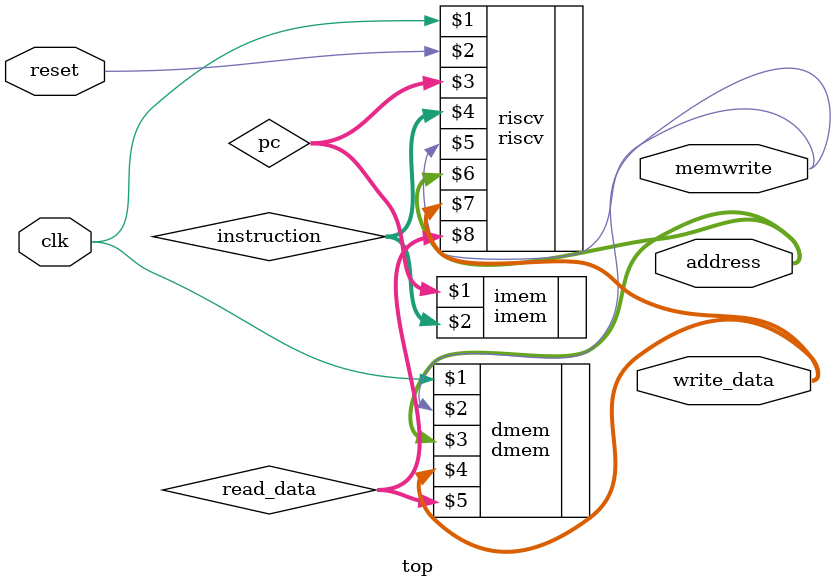
<source format=v>
`include "riscv.v"
`include "riscvmem.v"

module top(input         clk, reset, 
           output [63:0] write_data, address, 
           output        memwrite);

  wire [31:0] instruction;
  wire [63:0] pc, read_data;
  
  riscv riscv(clk, reset, pc, instruction, memwrite, address, write_data, read_data);
  imem imem(pc, instruction);
  dmem dmem(clk, memwrite, address, write_data, read_data);

endmodule

</source>
